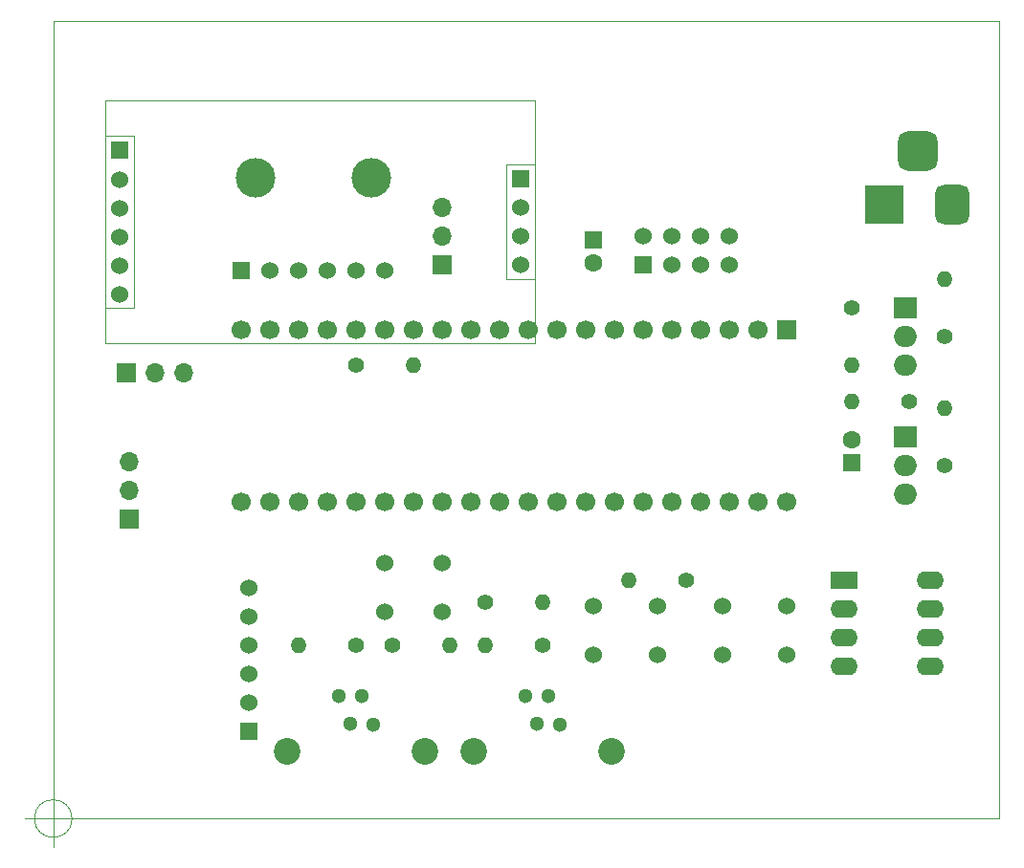
<source format=gbr>
%TF.GenerationSoftware,KiCad,Pcbnew,(6.0.4)*%
%TF.CreationDate,2023-07-18T11:50:36+07:00*%
%TF.ProjectId,05-Prototype-UpdatedComponents,30352d50-726f-4746-9f74-7970652d5570,rev?*%
%TF.SameCoordinates,PX82af528PY8a31af8*%
%TF.FileFunction,Soldermask,Bot*%
%TF.FilePolarity,Negative*%
%FSLAX46Y46*%
G04 Gerber Fmt 4.6, Leading zero omitted, Abs format (unit mm)*
G04 Created by KiCad (PCBNEW (6.0.4)) date 2023-07-18 11:50:36*
%MOMM*%
%LPD*%
G01*
G04 APERTURE LIST*
G04 Aperture macros list*
%AMRoundRect*
0 Rectangle with rounded corners*
0 $1 Rounding radius*
0 $2 $3 $4 $5 $6 $7 $8 $9 X,Y pos of 4 corners*
0 Add a 4 corners polygon primitive as box body*
4,1,4,$2,$3,$4,$5,$6,$7,$8,$9,$2,$3,0*
0 Add four circle primitives for the rounded corners*
1,1,$1+$1,$2,$3*
1,1,$1+$1,$4,$5*
1,1,$1+$1,$6,$7*
1,1,$1+$1,$8,$9*
0 Add four rect primitives between the rounded corners*
20,1,$1+$1,$2,$3,$4,$5,0*
20,1,$1+$1,$4,$5,$6,$7,0*
20,1,$1+$1,$6,$7,$8,$9,0*
20,1,$1+$1,$8,$9,$2,$3,0*%
G04 Aperture macros list end*
%TA.AperFunction,Profile*%
%ADD10C,0.100000*%
%TD*%
%ADD11C,0.120000*%
%ADD12O,1.700000X1.700000*%
%ADD13R,1.700000X1.700000*%
%ADD14R,3.500000X3.500000*%
%ADD15RoundRect,0.750000X0.750000X1.000000X-0.750000X1.000000X-0.750000X-1.000000X0.750000X-1.000000X0*%
%ADD16RoundRect,0.875000X0.875000X0.875000X-0.875000X0.875000X-0.875000X-0.875000X0.875000X-0.875000X0*%
%ADD17C,1.300000*%
%ADD18C,2.360000*%
%ADD19C,1.524000*%
%ADD20R,1.524000X1.524000*%
%ADD21C,1.600000*%
%ADD22R,1.600000X1.600000*%
%ADD23O,1.400000X1.400000*%
%ADD24C,1.400000*%
%ADD25O,2.400000X1.600000*%
%ADD26R,2.400000X1.600000*%
%ADD27O,2.000000X1.905000*%
%ADD28R,2.000000X1.905000*%
%ADD29C,3.500000*%
%ADD30C,1.700000*%
G04 APERTURE END LIST*
D10*
X1666666Y0D02*
G75*
G03*
X1666666Y0I-1666666J0D01*
G01*
X-2500000Y0D02*
X2500000Y0D01*
X0Y2500000D02*
X0Y-2500000D01*
X0Y0D02*
X83693000Y0D01*
X83693000Y0D02*
X83693000Y70612000D01*
X83693000Y70612000D02*
X0Y70612000D01*
X0Y70612000D02*
X0Y0D01*
D11*
%TO.C,U4*%
X4622000Y60452000D02*
X7162000Y60452000D01*
X7162000Y60452000D02*
X7162000Y45212000D01*
X7162000Y45212000D02*
X4622000Y45212000D01*
X4622000Y45212000D02*
X4622000Y60452000D01*
X42622000Y63582000D02*
X4622000Y63582000D01*
X4622000Y63582000D02*
X4622000Y42082000D01*
X4622000Y42082000D02*
X42622000Y42082000D01*
X42622000Y42082000D02*
X42622000Y63582000D01*
X42622000Y57912000D02*
X40082000Y57912000D01*
X40082000Y57912000D02*
X40082000Y47752000D01*
X40082000Y47752000D02*
X42622000Y47752000D01*
X42622000Y47752000D02*
X42622000Y57912000D01*
%TD*%
D12*
%TO.C,J2*%
X6756000Y31638000D03*
X6756000Y29098000D03*
D13*
X6756000Y26558000D03*
%TD*%
D14*
%TO.C,J0*%
X73502000Y54414500D03*
D15*
X79502000Y54414500D03*
D16*
X76502000Y59114500D03*
%TD*%
D12*
%TO.C,J5*%
X34392000Y54117000D03*
X34392000Y51577000D03*
D13*
X34392000Y49037000D03*
%TD*%
%TO.C,J1*%
X6452000Y39482000D03*
D12*
X8992000Y39482000D03*
X11532000Y39482000D03*
%TD*%
D17*
%TO.C,J3*%
X44832000Y8277000D03*
X42797000Y8377000D03*
X43817000Y10817000D03*
X41782000Y10817000D03*
D18*
X37207000Y5977000D03*
X49407000Y5977000D03*
%TD*%
D17*
%TO.C,J4*%
X28322000Y8277000D03*
X26287000Y8377000D03*
X27307000Y10817000D03*
X25272000Y10817000D03*
D18*
X20697000Y5977000D03*
X32897000Y5977000D03*
%TD*%
D19*
%TO.C,C5*%
X59182000Y14487000D03*
X59182000Y18787000D03*
%TD*%
D20*
%TO.C,U4*%
X41352000Y56642000D03*
D19*
X5892000Y54022000D03*
X5892000Y51482000D03*
X41352000Y54102000D03*
X5892000Y48942000D03*
X41352000Y51562000D03*
X41352000Y49022000D03*
X5892000Y46402000D03*
D20*
X5892000Y59182000D03*
D19*
X5892000Y56562000D03*
%TD*%
%TO.C,C3*%
X47752000Y14487000D03*
X47752000Y18787000D03*
%TD*%
D21*
%TO.C,C1*%
X47752000Y49247112D03*
D22*
X47752000Y51247112D03*
%TD*%
D23*
%TO.C,R8*%
X21717000Y15367000D03*
D24*
X26797000Y15367000D03*
%TD*%
D19*
%TO.C,C4*%
X53467000Y14487000D03*
X53467000Y18787000D03*
%TD*%
D25*
%TO.C,U6*%
X77582000Y21072000D03*
X77582000Y18532000D03*
X77582000Y15992000D03*
X77582000Y13452000D03*
X69962000Y13452000D03*
X69962000Y15992000D03*
X69962000Y18532000D03*
D26*
X69962000Y21072000D03*
%TD*%
D19*
%TO.C,U5*%
X59817000Y51592000D03*
X59817000Y49052000D03*
X57277000Y51592000D03*
X57277000Y49052000D03*
X54737000Y51592000D03*
X54737000Y49052000D03*
X52197000Y51592000D03*
D20*
X52197000Y49052000D03*
%TD*%
D21*
%TO.C,C0*%
X70612000Y33556888D03*
D22*
X70612000Y31556888D03*
%TD*%
D23*
%TO.C,R3*%
X70612000Y40132000D03*
D24*
X70612000Y45212000D03*
%TD*%
D19*
%TO.C,C2*%
X34417000Y22597000D03*
X34417000Y18297000D03*
%TD*%
D23*
%TO.C,R1*%
X70612000Y36957000D03*
D24*
X75692000Y36957000D03*
%TD*%
D19*
%TO.C,C7*%
X29337000Y22597000D03*
X29337000Y18297000D03*
%TD*%
D27*
%TO.C,U1*%
X75382000Y28702000D03*
X75382000Y31242000D03*
D28*
X75382000Y33782000D03*
%TD*%
D23*
%TO.C,R4*%
X38227000Y15367000D03*
D24*
X43307000Y15367000D03*
%TD*%
D19*
%TO.C,C6*%
X64897000Y14487000D03*
X64897000Y18787000D03*
%TD*%
D23*
%TO.C,R9*%
X31877000Y40132000D03*
D24*
X26797000Y40132000D03*
%TD*%
D23*
%TO.C,R0*%
X78867000Y36322000D03*
D24*
X78867000Y31242000D03*
%TD*%
D23*
%TO.C,R6*%
X43307000Y19177000D03*
D24*
X38227000Y19177000D03*
%TD*%
D19*
%TO.C,U7*%
X29337000Y48567000D03*
X24257000Y48567000D03*
X21717000Y48567000D03*
X19177000Y48567000D03*
X26797000Y48567000D03*
D20*
X16637000Y48567000D03*
D29*
X17867000Y56717000D03*
X28107000Y56717000D03*
%TD*%
D20*
%TO.C,U3*%
X17267000Y7747000D03*
D19*
X17267000Y10287000D03*
X17267000Y12827000D03*
X17267000Y15367000D03*
X17267000Y17907000D03*
X17267000Y20447000D03*
%TD*%
D23*
%TO.C,R2*%
X78867000Y47752000D03*
D24*
X78867000Y42672000D03*
%TD*%
D27*
%TO.C,U2*%
X75382000Y40132000D03*
X75382000Y42672000D03*
D28*
X75382000Y45212000D03*
%TD*%
D30*
%TO.C,U0*%
X64897000Y28067000D03*
X62357000Y28067000D03*
X59817000Y28067000D03*
X57277000Y28067000D03*
X54737000Y28067000D03*
X52197000Y28067000D03*
X49657000Y28067000D03*
X47117000Y28067000D03*
X44577000Y28067000D03*
X42037000Y28067000D03*
X39497000Y28067000D03*
X36957000Y28067000D03*
X34417000Y28067000D03*
X31877000Y28067000D03*
X29337000Y28067000D03*
X26797000Y28067000D03*
X24257000Y28067000D03*
X21717000Y28067000D03*
X19177000Y28067000D03*
X16637000Y28067000D03*
X16637000Y43307000D03*
X19177000Y43307000D03*
X21717000Y43307000D03*
X24257000Y43307000D03*
X26797000Y43307000D03*
X29337000Y43307000D03*
X31877000Y43307000D03*
X34417000Y43307000D03*
X36957000Y43307000D03*
X39497000Y43307000D03*
X42037000Y43307000D03*
X44577000Y43307000D03*
X47117000Y43307000D03*
X49657000Y43307000D03*
X52197000Y43307000D03*
X54737000Y43307000D03*
X57277000Y43307000D03*
X59817000Y43307000D03*
X62357000Y43307000D03*
D13*
X64897000Y43307000D03*
%TD*%
D23*
%TO.C,R5*%
X35052000Y15367000D03*
D24*
X29972000Y15367000D03*
%TD*%
D23*
%TO.C,R7*%
X50927000Y21082000D03*
D24*
X56007000Y21082000D03*
%TD*%
M02*

</source>
